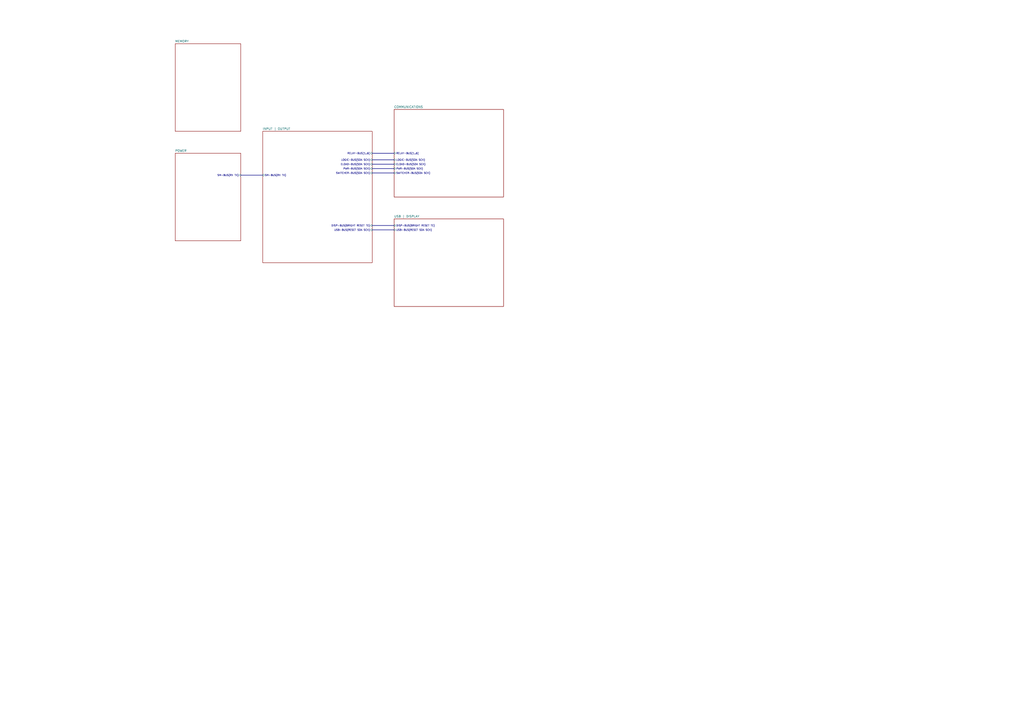
<source format=kicad_sch>
(kicad_sch (version 20230121) (generator eeschema)

  (uuid 2ea077fe-b0e6-467f-a1c1-8336ebdb7a86)

  (paper "A2")

  (title_block
    (title "Benchy Reloaded")
    (rev "REV1")
    (company "Daxxn Industries")
  )

  (lib_symbols
  )


  (bus (pts (xy 139.7 101.6) (xy 152.4 101.6))
    (stroke (width 0) (type default))
    (uuid 068f2eda-8d31-4042-9493-b2fc54996eb3)
  )
  (bus (pts (xy 215.9 88.9) (xy 228.6 88.9))
    (stroke (width 0) (type default))
    (uuid 0f523538-5a42-4ecc-80fc-f75c05e1dffc)
  )
  (bus (pts (xy 215.9 100.33) (xy 228.6 100.33))
    (stroke (width 0) (type default))
    (uuid 1100a5b1-1f6f-43cc-897e-dc18a7e1deb8)
  )
  (bus (pts (xy 215.9 130.81) (xy 228.6 130.81))
    (stroke (width 0) (type default))
    (uuid 2f260a4f-73c6-47c9-9047-cef0e61c0815)
  )
  (bus (pts (xy 215.9 92.71) (xy 228.6 92.71))
    (stroke (width 0) (type default))
    (uuid 817d409c-6cdc-447c-bfd2-1ff6d03df1cf)
  )
  (bus (pts (xy 215.9 95.25) (xy 228.6 95.25))
    (stroke (width 0) (type default))
    (uuid 99b048bf-c963-470f-b9f1-5cdae69ff2b9)
  )
  (bus (pts (xy 215.9 97.79) (xy 228.6 97.79))
    (stroke (width 0) (type default))
    (uuid ac61042a-fef0-4f2c-9724-0a3dce523898)
  )
  (bus (pts (xy 215.9 133.35) (xy 228.6 133.35))
    (stroke (width 0) (type default))
    (uuid f3b97316-f9dd-4794-ae85-4a23ef814ea1)
  )

  (sheet (at 101.6 25.4) (size 38.1 50.8) (fields_autoplaced)
    (stroke (width 0.1524) (type solid))
    (fill (color 0 0 0 0.0000))
    (uuid 5a60e409-cd34-40bd-9930-c962240b0232)
    (property "Sheetname" "MEMORY" (at 101.6 24.6884 0)
      (effects (font (size 1.27 1.27)) (justify left bottom))
    )
    (property "Sheetfile" "memory.kicad_sch" (at 101.6 76.7846 0)
      (effects (font (size 1.27 1.27)) (justify left top) hide)
    )
    (instances
      (project "BenchyMotherBoard-PCB"
        (path "/2ea077fe-b0e6-467f-a1c1-8336ebdb7a86" (page "3"))
      )
    )
  )

  (sheet (at 228.6 127) (size 63.5 50.8) (fields_autoplaced)
    (stroke (width 0.1524) (type solid))
    (fill (color 0 0 0 0.0000))
    (uuid 68580c3e-f594-4791-9d78-5a4c0a75f436)
    (property "Sheetname" "USB | DISPLAY" (at 228.6 126.2884 0)
      (effects (font (size 1.27 1.27)) (justify left bottom))
    )
    (property "Sheetfile" "usb.kicad_sch" (at 228.6 178.3846 0)
      (effects (font (size 1.27 1.27)) (justify left top) hide)
    )
    (pin "DISP-BUS{BRIGHT RESET TE}" input (at 228.6 130.81 180)
      (effects (font (size 1.016 1.016)) (justify left))
      (uuid d7b0949e-7870-477e-8824-1084e30ee502)
    )
    (pin "USB-BUS{RESET SDA SCK}" input (at 228.6 133.35 180)
      (effects (font (size 1.016 1.016)) (justify left))
      (uuid 8fb509ee-64f3-47ae-b9a2-64280558c1d9)
    )
    (instances
      (project "BenchyMotherBoard-PCB"
        (path "/2ea077fe-b0e6-467f-a1c1-8336ebdb7a86" (page "5"))
      )
    )
  )

  (sheet (at 152.4 76.2) (size 63.5 76.2) (fields_autoplaced)
    (stroke (width 0.1524) (type solid))
    (fill (color 0 0 0 0.0000))
    (uuid 76adaf3c-f4c9-4828-81af-280c66ff42c8)
    (property "Sheetname" "INPUT | OUTPUT" (at 152.4 75.4884 0)
      (effects (font (size 1.27 1.27)) (justify left bottom))
    )
    (property "Sheetfile" "gpio.kicad_sch" (at 152.4 152.9846 0)
      (effects (font (size 1.27 1.27)) (justify left top) hide)
    )
    (pin "SM-BUS{RX TX}" input (at 152.4 101.6 180)
      (effects (font (size 1.016 1.016)) (justify left))
      (uuid 946f67f7-9d40-49da-8dba-546b047ccf0f)
    )
    (pin "USB-BUS{RESET SDA SCK}" input (at 215.9 133.35 0)
      (effects (font (size 1.016 1.016)) (justify right))
      (uuid 06926ad8-68a6-45c1-8e08-bafbb5f2e093)
    )
    (pin "LOGIC-BUS{SDA SCK}" input (at 215.9 92.71 0)
      (effects (font (size 1.016 1.016)) (justify right))
      (uuid 9d528981-479d-4a35-bab3-721c25239caf)
    )
    (pin "DISP-BUS{BRIGHT RESET TE}" input (at 215.9 130.81 0)
      (effects (font (size 1.016 1.016)) (justify right))
      (uuid 25f6d10b-9886-4656-aec7-f8b0da1d085e)
    )
    (pin "ELOAD-BUS{SDA SCK}" input (at 215.9 95.25 0)
      (effects (font (size 1.016 1.016)) (justify right))
      (uuid 516cb1f1-92f9-42bf-ac79-17747996bf9e)
    )
    (pin "RELAY-BUS[1..6]" input (at 215.9 88.9 0)
      (effects (font (size 1.016 1.016)) (justify right))
      (uuid 826a5ca2-6347-4fde-9c92-ad0e7dc8b89c)
    )
    (pin "PWR-BUS{SDA SCK}" input (at 215.9 97.79 0)
      (effects (font (size 1.016 1.016)) (justify right))
      (uuid 08b8474a-acee-4091-a2bb-be77fe7f08f6)
    )
    (pin "SWITCHER-BUS{SDA SCK}" input (at 215.9 100.33 0)
      (effects (font (size 1.016 1.016)) (justify right))
      (uuid 55cd6e62-e806-4fbe-bba4-dafe81e1fab9)
    )
    (instances
      (project "BenchyMotherBoard-PCB"
        (path "/2ea077fe-b0e6-467f-a1c1-8336ebdb7a86" (page "4"))
      )
    )
  )

  (sheet (at 101.6 88.9) (size 38.1 50.8) (fields_autoplaced)
    (stroke (width 0.1524) (type solid))
    (fill (color 0 0 0 0.0000))
    (uuid b1b1abd8-b71a-4758-84a4-ebbec87508e8)
    (property "Sheetname" "POWER" (at 101.6 88.1884 0)
      (effects (font (size 1.27 1.27)) (justify left bottom))
    )
    (property "Sheetfile" "power.kicad_sch" (at 101.6 140.2846 0)
      (effects (font (size 1.27 1.27)) (justify left top) hide)
    )
    (pin "SM-BUS{RX TX}" input (at 139.7 101.6 0)
      (effects (font (size 1.016 1.016)) (justify right))
      (uuid 55efd513-de56-4c3b-8813-0c9f76972669)
    )
    (instances
      (project "BenchyMotherBoard-PCB"
        (path "/2ea077fe-b0e6-467f-a1c1-8336ebdb7a86" (page "2"))
      )
    )
  )

  (sheet (at 228.6 63.5) (size 63.5 50.8) (fields_autoplaced)
    (stroke (width 0.1524) (type solid))
    (fill (color 0 0 0 0.0000))
    (uuid cde93c0a-b819-4fbe-8019-69f0c6c56432)
    (property "Sheetname" "COMMUNICATIONS" (at 228.6 62.7884 0)
      (effects (font (size 1.27 1.27)) (justify left bottom))
    )
    (property "Sheetfile" "comms.kicad_sch" (at 228.6 114.8846 0)
      (effects (font (size 1.27 1.27)) (justify left top) hide)
    )
    (pin "RELAY-BUS[1..6]" input (at 228.6 88.9 180)
      (effects (font (size 1.016 1.016)) (justify left))
      (uuid 6dd2db5a-6537-4f93-842e-163af5444901)
    )
    (pin "LOGIC-BUS{SDA SCK}" input (at 228.6 92.71 180)
      (effects (font (size 1.016 1.016)) (justify left))
      (uuid df9e9bbb-aebc-4ade-abc7-cf86fdf9f50a)
    )
    (pin "ELOAD-BUS{SDA SCK}" input (at 228.6 95.25 180)
      (effects (font (size 1.016 1.016)) (justify left))
      (uuid 5eb89e3f-9e73-4ad8-8095-c742bf0474dd)
    )
    (pin "PWR-BUS{SDA SCK}" input (at 228.6 97.79 180)
      (effects (font (size 1.016 1.016)) (justify left))
      (uuid 125a1356-1be9-4753-896b-ab55243fe4a1)
    )
    (pin "SWITCHER-BUS{SDA SCK}" input (at 228.6 100.33 180)
      (effects (font (size 1.016 1.016)) (justify left))
      (uuid ca674223-b45b-4441-8316-84a5d7f6c48a)
    )
    (instances
      (project "BenchyMotherBoard-PCB"
        (path "/2ea077fe-b0e6-467f-a1c1-8336ebdb7a86" (page "7"))
      )
    )
  )

  (sheet_instances
    (path "/" (page "1"))
  )
)

</source>
